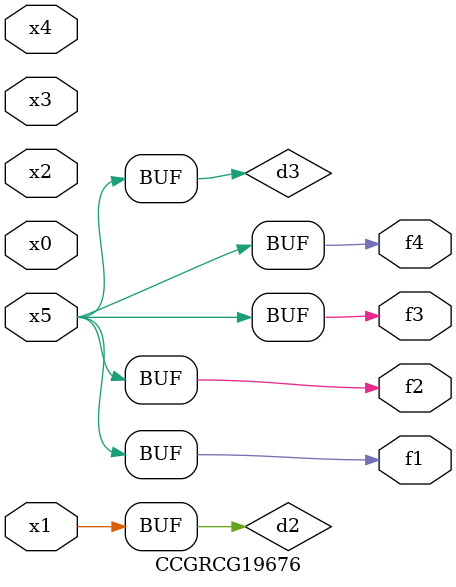
<source format=v>
module CCGRCG19676(
	input x0, x1, x2, x3, x4, x5,
	output f1, f2, f3, f4
);

	wire d1, d2, d3;

	not (d1, x5);
	or (d2, x1);
	xnor (d3, d1);
	assign f1 = d3;
	assign f2 = d3;
	assign f3 = d3;
	assign f4 = d3;
endmodule

</source>
